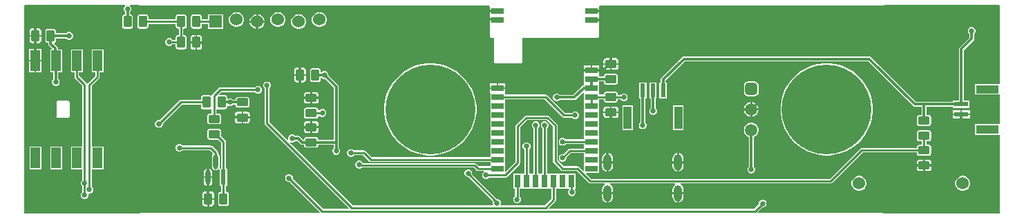
<source format=gbr>
%TF.GenerationSoftware,Altium Limited,Altium Designer,22.7.1 (60)*%
G04 Layer_Physical_Order=2*
G04 Layer_Color=16711680*
%FSLAX43Y43*%
%MOMM*%
%TF.SameCoordinates,9191ECB2-230E-4BD1-81F0-C314D0E832B5*%
%TF.FilePolarity,Positive*%
%TF.FileFunction,Copper,L2,Bot,Signal*%
%TF.Part,Single*%
G01*
G75*
%TA.AperFunction,SMDPad,CuDef*%
G04:AMPARAMS|DCode=10|XSize=1mm|YSize=1.42mm|CornerRadius=0.125mm|HoleSize=0mm|Usage=FLASHONLY|Rotation=180.000|XOffset=0mm|YOffset=0mm|HoleType=Round|Shape=RoundedRectangle|*
%AMROUNDEDRECTD10*
21,1,1.000,1.170,0,0,180.0*
21,1,0.750,1.420,0,0,180.0*
1,1,0.250,-0.375,0.585*
1,1,0.250,0.375,0.585*
1,1,0.250,0.375,-0.585*
1,1,0.250,-0.375,-0.585*
%
%ADD10ROUNDEDRECTD10*%
G04:AMPARAMS|DCode=17|XSize=1mm|YSize=1.42mm|CornerRadius=0.125mm|HoleSize=0mm|Usage=FLASHONLY|Rotation=270.000|XOffset=0mm|YOffset=0mm|HoleType=Round|Shape=RoundedRectangle|*
%AMROUNDEDRECTD17*
21,1,1.000,1.170,0,0,270.0*
21,1,0.750,1.420,0,0,270.0*
1,1,0.250,-0.585,-0.375*
1,1,0.250,-0.585,0.375*
1,1,0.250,0.585,0.375*
1,1,0.250,0.585,-0.375*
%
%ADD17ROUNDEDRECTD17*%
%ADD21R,0.600X1.700*%
%ADD22R,1.000X2.800*%
%TA.AperFunction,Conductor*%
%ADD32C,0.254*%
%ADD33C,0.300*%
%TA.AperFunction,ComponentPad*%
%ADD34C,1.524*%
%ADD35O,1.000X2.000*%
%ADD36R,1.524X1.524*%
%ADD37C,1.500*%
G04:AMPARAMS|DCode=38|XSize=1.5mm|YSize=1.5mm|CornerRadius=0.375mm|HoleSize=0mm|Usage=FLASHONLY|Rotation=270.000|XOffset=0mm|YOffset=0mm|HoleType=Round|Shape=RoundedRectangle|*
%AMROUNDEDRECTD38*
21,1,1.500,0.750,0,0,270.0*
21,1,0.750,1.500,0,0,270.0*
1,1,0.750,-0.375,-0.375*
1,1,0.750,-0.375,0.375*
1,1,0.750,0.375,0.375*
1,1,0.750,0.375,-0.375*
%
%ADD38ROUNDEDRECTD38*%
%TA.AperFunction,ViaPad*%
%ADD39C,11.000*%
%ADD40C,0.650*%
%ADD41C,0.700*%
%TA.AperFunction,SMDPad,CuDef*%
%ADD42R,1.143X2.500*%
%ADD43R,2.700X1.000*%
%ADD44R,1.700X0.600*%
G04:AMPARAMS|DCode=45|XSize=1.824mm|YSize=0.618mm|CornerRadius=0.309mm|HoleSize=0mm|Usage=FLASHONLY|Rotation=90.000|XOffset=0mm|YOffset=0mm|HoleType=Round|Shape=RoundedRectangle|*
%AMROUNDEDRECTD45*
21,1,1.824,0.000,0,0,90.0*
21,1,1.206,0.618,0,0,90.0*
1,1,0.618,0.000,0.603*
1,1,0.618,0.000,-0.603*
1,1,0.618,0.000,-0.603*
1,1,0.618,0.000,0.603*
%
%ADD45ROUNDEDRECTD45*%
%ADD46R,0.618X1.824*%
%ADD47R,1.500X0.700*%
%ADD48R,0.700X1.500*%
G36*
X119745Y27721D02*
Y27500D01*
X119745Y18126D01*
X116749D01*
Y16824D01*
X119745D01*
Y13176D01*
X116749D01*
Y11874D01*
X119745D01*
X119745Y2500D01*
X119745Y2279D01*
X119722Y2163D01*
X105697D01*
X105680Y2180D01*
X105598Y2235D01*
X105500Y2255D01*
X90135Y2255D01*
X90083Y2382D01*
X90650Y2949D01*
X90820D01*
X90995Y3021D01*
X91129Y3155D01*
X91201Y3330D01*
Y3520D01*
X91129Y3695D01*
X90995Y3829D01*
X90820Y3901D01*
X90630D01*
X90455Y3829D01*
X90321Y3695D01*
X90249Y3520D01*
Y3350D01*
X89675Y2775D01*
X64567D01*
X64519Y2893D01*
X65300Y3675D01*
X65362Y3767D01*
X65383Y3875D01*
Y5274D01*
X65572D01*
X65601Y5274D01*
X65699D01*
X65728Y5274D01*
X66672D01*
X66701Y5274D01*
X66799D01*
X66828Y5274D01*
X66942D01*
X66995Y5147D01*
X66945Y5097D01*
X66872Y4922D01*
Y4733D01*
X66945Y4558D01*
X67079Y4424D01*
X67254Y4351D01*
X67443D01*
X67618Y4424D01*
X67752Y4558D01*
X67824Y4733D01*
Y4922D01*
X67752Y5097D01*
X67702Y5147D01*
X67754Y5274D01*
X67801D01*
Y7076D01*
X66828D01*
X66799Y7076D01*
X66701D01*
X66672Y7076D01*
X65728D01*
X65699Y7076D01*
X65601D01*
X65572Y7076D01*
X64628D01*
X64599Y7076D01*
X64501D01*
X64472Y7076D01*
X64283D01*
Y12660D01*
X64404Y12780D01*
X64476Y12955D01*
Y13145D01*
X64404Y13320D01*
X64270Y13454D01*
X64095Y13526D01*
X63905D01*
X63730Y13454D01*
X63596Y13320D01*
X63524Y13145D01*
Y12955D01*
X63596Y12780D01*
X63717Y12660D01*
Y7076D01*
X63528D01*
X63499Y7076D01*
X63401D01*
X63372Y7076D01*
X63192D01*
Y12628D01*
X63320Y12756D01*
X63392Y12931D01*
Y13120D01*
X63320Y13295D01*
X63186Y13429D01*
X63011Y13501D01*
X62821D01*
X62646Y13429D01*
X62513Y13295D01*
X62440Y13120D01*
Y12931D01*
X62513Y12756D01*
X62625Y12644D01*
Y7076D01*
X62428D01*
X62399Y7076D01*
X62301D01*
X62272Y7076D01*
X62080D01*
Y10092D01*
X62179Y10190D01*
X62251Y10365D01*
Y10555D01*
X62179Y10730D01*
X62045Y10864D01*
X61870Y10936D01*
X61680D01*
X61505Y10864D01*
X61371Y10730D01*
X61299Y10555D01*
Y10365D01*
X61371Y10190D01*
X61505Y10056D01*
X61513Y10053D01*
Y7076D01*
X61328D01*
X61299Y7076D01*
X61201D01*
X61172Y7076D01*
X60199D01*
Y5274D01*
X60379D01*
Y4338D01*
X60355Y4329D01*
X60221Y4195D01*
X60149Y4020D01*
Y3830D01*
X60221Y3655D01*
X60355Y3521D01*
X60530Y3449D01*
X60720D01*
X60895Y3521D01*
X61029Y3655D01*
X61101Y3830D01*
Y4020D01*
X61029Y4195D01*
X60946Y4277D01*
Y5274D01*
X61172D01*
X61201Y5274D01*
X61299D01*
X61328Y5274D01*
X62272D01*
X62301Y5274D01*
X62399D01*
X62428Y5274D01*
X63372D01*
X63401Y5274D01*
X63499D01*
X63528Y5274D01*
X64472D01*
X64501Y5274D01*
X64599D01*
X64628Y5274D01*
X64817D01*
Y3992D01*
X64005Y3180D01*
X58670D01*
X58585Y3307D01*
X58626Y3405D01*
Y3595D01*
X58554Y3770D01*
X58420Y3904D01*
X58245Y3976D01*
X58148D01*
X55107Y7017D01*
X55123Y7055D01*
Y7245D01*
X55050Y7420D01*
X54916Y7554D01*
X54741Y7626D01*
X54552D01*
X54377Y7554D01*
X54243Y7420D01*
X54171Y7245D01*
Y7055D01*
X54243Y6880D01*
X54377Y6746D01*
X54552Y6674D01*
X54648D01*
X57690Y3633D01*
X57674Y3595D01*
Y3405D01*
X57715Y3307D01*
X57630Y3180D01*
X40519D01*
X32841Y10859D01*
X32913Y10967D01*
X32955Y10949D01*
X33145D01*
X33320Y11021D01*
X33416Y11118D01*
X33683D01*
X34068Y10733D01*
X34167Y10666D01*
X34285Y10643D01*
X34534D01*
Y10575D01*
X34555Y10467D01*
X34616Y10376D01*
X34707Y10315D01*
X34815Y10294D01*
X35985D01*
X36093Y10315D01*
X36184Y10376D01*
X36245Y10467D01*
X36266Y10575D01*
Y10643D01*
X38163D01*
Y10249D01*
X38066Y10153D01*
X37994Y9978D01*
Y9788D01*
X38066Y9613D01*
X38200Y9479D01*
X38375Y9407D01*
X38565D01*
X38740Y9479D01*
X38874Y9613D01*
X38946Y9788D01*
Y9978D01*
X38874Y10153D01*
X38777Y10249D01*
Y10950D01*
Y17780D01*
X38754Y17897D01*
X38687Y17997D01*
X37501Y19183D01*
Y19320D01*
X37429Y19495D01*
X37295Y19629D01*
X37120Y19701D01*
X36930D01*
X36755Y19629D01*
X36683Y19557D01*
X36556Y19587D01*
Y19813D01*
X36535Y19921D01*
X36474Y20012D01*
X36383Y20073D01*
X36275Y20095D01*
X35525D01*
X35417Y20073D01*
X35326Y20012D01*
X35265Y19921D01*
X35244Y19813D01*
Y18643D01*
X35265Y18536D01*
X35326Y18444D01*
X35417Y18383D01*
X35525Y18362D01*
X36275D01*
X36383Y18383D01*
X36474Y18444D01*
X36535Y18536D01*
X36556Y18643D01*
Y18854D01*
X36683Y18893D01*
X36755Y18821D01*
X36930Y18749D01*
X37067D01*
X38163Y17653D01*
Y11257D01*
X36266D01*
Y11325D01*
X36245Y11433D01*
X36184Y11524D01*
X36093Y11585D01*
X35985Y11606D01*
X34815D01*
X34707Y11585D01*
X34616Y11524D01*
X34555Y11433D01*
X34534Y11325D01*
Y11270D01*
X34407Y11262D01*
X34027Y11642D01*
X33927Y11709D01*
X33810Y11732D01*
X33416D01*
X33320Y11829D01*
X33145Y11901D01*
X32955D01*
X32780Y11829D01*
X32646Y11695D01*
X32574Y11520D01*
Y11330D01*
X32592Y11288D01*
X32484Y11216D01*
X30258Y13441D01*
Y17535D01*
X30379Y17655D01*
X30451Y17830D01*
Y18020D01*
X30379Y18195D01*
X30245Y18329D01*
X30070Y18401D01*
X29880D01*
X29705Y18329D01*
X29571Y18195D01*
X29499Y18020D01*
Y17830D01*
X29571Y17655D01*
X29692Y17535D01*
Y13324D01*
X29713Y13216D01*
X29775Y13124D01*
X40005Y2893D01*
X39957Y2775D01*
X36850D01*
X33151Y6475D01*
Y6645D01*
X33079Y6820D01*
X32945Y6954D01*
X32770Y7026D01*
X32580D01*
X32405Y6954D01*
X32271Y6820D01*
X32199Y6645D01*
Y6455D01*
X32271Y6280D01*
X32405Y6146D01*
X32580Y6074D01*
X32750D01*
X36442Y2382D01*
X36390Y2255D01*
X14500Y2255D01*
X14402Y2235D01*
X14320Y2180D01*
X14303Y2163D01*
X278D01*
X255Y2279D01*
Y2500D01*
X255Y27500D01*
X255Y27721D01*
X278Y27837D01*
X12550D01*
X12591Y27710D01*
X12486Y27605D01*
X12414Y27430D01*
Y27240D01*
X12486Y27065D01*
X12583Y26969D01*
Y26653D01*
X12530D01*
X12422Y26632D01*
X12331Y26571D01*
X12270Y26479D01*
X12249Y26372D01*
Y25202D01*
X12270Y25094D01*
X12331Y25003D01*
X12422Y24942D01*
X12530Y24920D01*
X13280D01*
X13388Y24942D01*
X13479Y25003D01*
X13540Y25094D01*
X13561Y25202D01*
Y26372D01*
X13540Y26479D01*
X13479Y26571D01*
X13388Y26632D01*
X13280Y26653D01*
X13197D01*
Y26969D01*
X13294Y27065D01*
X13366Y27240D01*
Y27430D01*
X13294Y27605D01*
X13189Y27710D01*
X13230Y27837D01*
X14303D01*
X14320Y27820D01*
X14402Y27765D01*
X14500Y27745D01*
X50475Y27745D01*
D01*
X57202D01*
D01*
D01*
X57229Y27710D01*
X57300Y27618D01*
Y26702D01*
X57300Y26575D01*
X57300D01*
Y26575D01*
X57300Y26575D01*
Y25475D01*
X57337D01*
Y23925D01*
X57384Y23809D01*
X57500Y23762D01*
X57837D01*
Y20825D01*
X57884Y20709D01*
X58000Y20662D01*
X61100D01*
X61216Y20709D01*
X61263Y20825D01*
Y23762D01*
X70500D01*
X70616Y23809D01*
X70663Y23925D01*
Y25475D01*
X70700D01*
Y26448D01*
X70700Y26575D01*
X70700D01*
Y26575D01*
X70700Y26575D01*
Y27675D01*
X70798Y27745D01*
D01*
X78625D01*
D01*
X105500Y27745D01*
X105598Y27765D01*
X105680Y27820D01*
X105697Y27837D01*
X119722D01*
X119745Y27721D01*
D02*
G37*
%LPC*%
G36*
X24613Y26700D02*
X22787D01*
Y26070D01*
X21981D01*
Y26372D01*
X21960Y26479D01*
X21899Y26571D01*
X21808Y26632D01*
X21700Y26653D01*
X20950D01*
X20842Y26632D01*
X20751Y26571D01*
X20690Y26479D01*
X20669Y26372D01*
Y25202D01*
X20690Y25094D01*
X20751Y25003D01*
X20842Y24942D01*
X20950Y24920D01*
X21700D01*
X21808Y24942D01*
X21899Y25003D01*
X21960Y25094D01*
X21981Y25202D01*
Y25503D01*
X22787D01*
Y24874D01*
X24613D01*
Y26700D01*
D02*
G37*
G36*
X19830Y26653D02*
X19080D01*
X18972Y26632D01*
X18881Y26571D01*
X18820Y26479D01*
X18799Y26372D01*
Y26070D01*
X15431D01*
Y26372D01*
X15410Y26479D01*
X15349Y26571D01*
X15258Y26632D01*
X15150Y26653D01*
X14400D01*
X14292Y26632D01*
X14201Y26571D01*
X14140Y26479D01*
X14119Y26372D01*
Y25202D01*
X14140Y25094D01*
X14201Y25003D01*
X14292Y24942D01*
X14400Y24920D01*
X15150D01*
X15258Y24942D01*
X15349Y25003D01*
X15410Y25094D01*
X15431Y25202D01*
Y25503D01*
X18799D01*
Y25202D01*
X18820Y25094D01*
X18881Y25003D01*
X18972Y24942D01*
X19080Y24920D01*
X19172D01*
Y24116D01*
X19080D01*
X18972Y24095D01*
X18881Y24034D01*
X18820Y23943D01*
X18799Y23835D01*
Y23558D01*
X18390D01*
X18270Y23679D01*
X18095Y23751D01*
X17905D01*
X17730Y23679D01*
X17596Y23545D01*
X17524Y23370D01*
Y23180D01*
X17596Y23005D01*
X17730Y22871D01*
X17905Y22799D01*
X18095D01*
X18270Y22871D01*
X18390Y22992D01*
X18799D01*
Y22665D01*
X18820Y22557D01*
X18881Y22466D01*
X18972Y22405D01*
X19080Y22384D01*
X19830D01*
X19938Y22405D01*
X20029Y22466D01*
X20090Y22557D01*
X20111Y22665D01*
Y23835D01*
X20090Y23943D01*
X20029Y24034D01*
X19938Y24095D01*
X19830Y24116D01*
X19738D01*
Y24920D01*
X19830D01*
X19938Y24942D01*
X20029Y25003D01*
X20090Y25094D01*
X20111Y25202D01*
Y26372D01*
X20090Y26479D01*
X20029Y26571D01*
X19938Y26632D01*
X19830Y26653D01*
D02*
G37*
G36*
X28907Y26698D02*
Y25914D01*
X29691D01*
X29631Y26139D01*
X29511Y26347D01*
X29341Y26517D01*
X29132Y26638D01*
X28907Y26698D01*
D02*
G37*
G36*
X28653D02*
X28428Y26638D01*
X28219Y26517D01*
X28049Y26347D01*
X27929Y26139D01*
X27869Y25914D01*
X28653D01*
Y26698D01*
D02*
G37*
G36*
X36520Y26954D02*
X36280D01*
X36048Y26892D01*
X35839Y26771D01*
X35669Y26601D01*
X35549Y26393D01*
X35487Y26161D01*
Y25921D01*
X35549Y25688D01*
X35669Y25480D01*
X35839Y25310D01*
X36048Y25190D01*
X36280Y25128D01*
X36520D01*
X36752Y25190D01*
X36961Y25310D01*
X37131Y25480D01*
X37251Y25688D01*
X37313Y25921D01*
Y26161D01*
X37251Y26393D01*
X37131Y26601D01*
X36961Y26771D01*
X36752Y26892D01*
X36520Y26954D01*
D02*
G37*
G36*
X31440D02*
X31200D01*
X30968Y26892D01*
X30759Y26771D01*
X30589Y26601D01*
X30469Y26393D01*
X30407Y26161D01*
Y25921D01*
X30469Y25688D01*
X30589Y25480D01*
X30759Y25310D01*
X30968Y25190D01*
X31200Y25128D01*
X31440D01*
X31672Y25190D01*
X31881Y25310D01*
X32051Y25480D01*
X32171Y25688D01*
X32233Y25921D01*
Y26161D01*
X32171Y26393D01*
X32051Y26601D01*
X31881Y26771D01*
X31672Y26892D01*
X31440Y26954D01*
D02*
G37*
G36*
X26360D02*
X26120D01*
X25888Y26892D01*
X25679Y26771D01*
X25509Y26601D01*
X25389Y26393D01*
X25327Y26161D01*
Y25921D01*
X25389Y25688D01*
X25509Y25480D01*
X25679Y25310D01*
X25888Y25190D01*
X26120Y25128D01*
X26360D01*
X26592Y25190D01*
X26801Y25310D01*
X26971Y25480D01*
X27091Y25688D01*
X27153Y25921D01*
Y26161D01*
X27091Y26393D01*
X26971Y26601D01*
X26801Y26771D01*
X26592Y26892D01*
X26360Y26954D01*
D02*
G37*
G36*
X29691Y25660D02*
X28907D01*
Y24876D01*
X29132Y24936D01*
X29341Y25056D01*
X29511Y25226D01*
X29631Y25434D01*
X29691Y25660D01*
D02*
G37*
G36*
X28653D02*
X27869D01*
X27929Y25434D01*
X28049Y25226D01*
X28219Y25056D01*
X28428Y24936D01*
X28653Y24876D01*
Y25660D01*
D02*
G37*
G36*
X33980Y26700D02*
X33740D01*
X33508Y26638D01*
X33299Y26517D01*
X33129Y26347D01*
X33009Y26139D01*
X32947Y25907D01*
Y25667D01*
X33009Y25434D01*
X33129Y25226D01*
X33299Y25056D01*
X33508Y24936D01*
X33740Y24874D01*
X33980D01*
X34212Y24936D01*
X34421Y25056D01*
X34591Y25226D01*
X34711Y25434D01*
X34773Y25667D01*
Y25907D01*
X34711Y26139D01*
X34591Y26347D01*
X34421Y26517D01*
X34212Y26638D01*
X33980Y26700D01*
D02*
G37*
G36*
X1975Y24966D02*
X1700D01*
Y24150D01*
X2306D01*
Y24635D01*
X2281Y24762D01*
X2209Y24869D01*
X2102Y24941D01*
X1975Y24966D01*
D02*
G37*
G36*
X1500D02*
X1225D01*
X1098Y24941D01*
X991Y24869D01*
X919Y24762D01*
X894Y24635D01*
Y24150D01*
X1500D01*
Y24966D01*
D02*
G37*
G36*
X3845Y24916D02*
X3095D01*
X2987Y24895D01*
X2896Y24834D01*
X2835Y24743D01*
X2814Y24635D01*
Y23465D01*
X2835Y23357D01*
X2896Y23266D01*
X2987Y23205D01*
X3095Y23184D01*
X3177D01*
Y23066D01*
X3201Y22948D01*
X3267Y22849D01*
X3628Y22488D01*
X3579Y22371D01*
X3408D01*
Y19569D01*
X3782D01*
Y18715D01*
X3700Y18632D01*
X3627Y18457D01*
Y18268D01*
X3700Y18093D01*
X3833Y17959D01*
X4008Y17887D01*
X4198D01*
X4373Y17959D01*
X4507Y18093D01*
X4579Y18268D01*
Y18457D01*
X4507Y18632D01*
X4396Y18743D01*
Y19569D01*
X4852D01*
Y22371D01*
X4363D01*
Y22494D01*
X4339Y22612D01*
X4273Y22711D01*
X3916Y23068D01*
X3953Y23205D01*
X3956Y23207D01*
X4044Y23266D01*
X4105Y23357D01*
X4126Y23465D01*
Y23743D01*
X5384D01*
X5480Y23646D01*
X5655Y23574D01*
X5845D01*
X6020Y23646D01*
X6154Y23780D01*
X6226Y23955D01*
Y24145D01*
X6154Y24320D01*
X6020Y24454D01*
X5845Y24526D01*
X5655D01*
X5480Y24454D01*
X5384Y24357D01*
X4126D01*
Y24635D01*
X4105Y24743D01*
X4044Y24834D01*
X3953Y24895D01*
X3845Y24916D01*
D02*
G37*
G36*
X21700Y24166D02*
X21425D01*
Y23350D01*
X22031D01*
Y23835D01*
X22006Y23962D01*
X21934Y24069D01*
X21827Y24141D01*
X21700Y24166D01*
D02*
G37*
G36*
X21225D02*
X20950D01*
X20823Y24141D01*
X20716Y24069D01*
X20644Y23962D01*
X20619Y23835D01*
Y23350D01*
X21225D01*
Y24166D01*
D02*
G37*
G36*
X2306Y23950D02*
X1700D01*
Y23134D01*
X1975D01*
X2102Y23159D01*
X2209Y23231D01*
X2281Y23338D01*
X2306Y23465D01*
Y23950D01*
D02*
G37*
G36*
X1500D02*
X894D01*
Y23465D01*
X919Y23338D01*
X991Y23231D01*
X1098Y23159D01*
X1225Y23134D01*
X1500D01*
Y23950D01*
D02*
G37*
G36*
X22031Y23150D02*
X21425D01*
Y22334D01*
X21700D01*
X21827Y22359D01*
X21934Y22431D01*
X22006Y22538D01*
X22031Y22665D01*
Y23150D01*
D02*
G37*
G36*
X21225D02*
X20619D01*
Y22665D01*
X20644Y22538D01*
X20716Y22431D01*
X20823Y22359D01*
X20950Y22334D01*
X21225D01*
Y23150D01*
D02*
G37*
G36*
X2362Y22420D02*
X1690D01*
Y21070D01*
X2362D01*
Y22420D01*
D02*
G37*
G36*
X1490D02*
X818D01*
Y21070D01*
X1490D01*
Y22420D01*
D02*
G37*
G36*
X72710Y21301D02*
X72225D01*
Y20695D01*
X73041D01*
Y20970D01*
X73016Y21097D01*
X72944Y21204D01*
X72837Y21276D01*
X72710Y21301D01*
D02*
G37*
G36*
X72025D02*
X71540D01*
X71413Y21276D01*
X71306Y21204D01*
X71234Y21097D01*
X71209Y20970D01*
Y20695D01*
X72025D01*
Y21301D01*
D02*
G37*
G36*
X70700Y20375D02*
X69850D01*
Y19925D01*
X70700D01*
Y20375D01*
D02*
G37*
G36*
X69650D02*
X68800D01*
Y19925D01*
X69650D01*
Y20375D01*
D02*
G37*
G36*
X73041Y20495D02*
X72225D01*
Y19889D01*
X72710D01*
X72837Y19914D01*
X72944Y19986D01*
X73016Y20093D01*
X73041Y20220D01*
Y20495D01*
D02*
G37*
G36*
X72025D02*
X71209D01*
Y20220D01*
X71234Y20093D01*
X71306Y19986D01*
X71413Y19914D01*
X71540Y19889D01*
X72025D01*
Y20495D01*
D02*
G37*
G36*
X2362Y20870D02*
X1690D01*
Y19520D01*
X2362D01*
Y20870D01*
D02*
G37*
G36*
X1490D02*
X818D01*
Y19520D01*
X1490D01*
Y20870D01*
D02*
G37*
G36*
X34405Y20145D02*
X34130D01*
Y19328D01*
X34736D01*
Y19813D01*
X34711Y19940D01*
X34639Y20048D01*
X34532Y20120D01*
X34405Y20145D01*
D02*
G37*
G36*
X33930D02*
X33655D01*
X33528Y20120D01*
X33421Y20048D01*
X33349Y19940D01*
X33324Y19813D01*
Y19328D01*
X33930D01*
Y20145D01*
D02*
G37*
G36*
X34736Y19128D02*
X34130D01*
Y18312D01*
X34405D01*
X34532Y18337D01*
X34639Y18409D01*
X34711Y18517D01*
X34736Y18643D01*
Y19128D01*
D02*
G37*
G36*
X33930D02*
X33324D01*
Y18643D01*
X33349Y18517D01*
X33421Y18409D01*
X33528Y18337D01*
X33655Y18312D01*
X33930D01*
Y19128D01*
D02*
G37*
G36*
X9932Y22371D02*
X8488D01*
Y19569D01*
X8927D01*
Y19101D01*
X8028Y18202D01*
X8012Y18179D01*
X7974Y18173D01*
X7866Y18189D01*
X7825Y18250D01*
X6953Y19121D01*
Y19569D01*
X7392D01*
Y22371D01*
X5948D01*
Y19569D01*
X6387D01*
Y19004D01*
X6408Y18896D01*
X6470Y18804D01*
X7342Y17932D01*
Y10431D01*
X5948D01*
Y7629D01*
X7342D01*
Y6290D01*
X7221Y6170D01*
X7149Y5995D01*
Y5805D01*
X7221Y5630D01*
X7342Y5510D01*
Y4840D01*
X7221Y4720D01*
X7149Y4545D01*
Y4355D01*
X7221Y4180D01*
X7355Y4046D01*
X7530Y3974D01*
X7720D01*
X7895Y4046D01*
X8029Y4180D01*
X8101Y4355D01*
Y4532D01*
X8106Y4550D01*
X8195Y4649D01*
X8323D01*
X8498Y4721D01*
X8632Y4855D01*
X8704Y5030D01*
Y5220D01*
X8632Y5395D01*
X8511Y5515D01*
Y7629D01*
X9932D01*
Y10431D01*
X8511D01*
Y17885D01*
X9410Y18784D01*
X9472Y18876D01*
X9493Y18984D01*
Y19569D01*
X9932D01*
Y22371D01*
D02*
G37*
G36*
X70700Y19725D02*
X69750D01*
X68800D01*
Y19425D01*
X68800D01*
Y19275D01*
X68849Y19168D01*
Y18224D01*
X68849D01*
Y18126D01*
X68849D01*
Y17932D01*
X68800D01*
X68683Y17909D01*
X68583Y17842D01*
X67523Y16782D01*
X65866D01*
X65770Y16879D01*
X65595Y16951D01*
X65405D01*
X65230Y16879D01*
X65096Y16745D01*
X65024Y16570D01*
Y16380D01*
X65096Y16205D01*
X65230Y16071D01*
X65405Y15999D01*
X65595D01*
X65770Y16071D01*
X65866Y16168D01*
X67650D01*
X67767Y16191D01*
X67867Y16258D01*
X68722Y17113D01*
X68849Y17060D01*
Y17026D01*
X68849Y16997D01*
Y16024D01*
X68849D01*
Y15926D01*
X68849D01*
Y14953D01*
X68849Y14924D01*
Y14826D01*
X68849Y14797D01*
Y13853D01*
X68849Y13824D01*
Y13726D01*
X68849Y13697D01*
Y12753D01*
X68849Y12724D01*
Y12626D01*
X68849Y12597D01*
Y11653D01*
X68849Y11624D01*
Y11526D01*
X68849Y11497D01*
Y11308D01*
X66590D01*
X66470Y11429D01*
X66295Y11501D01*
X66105D01*
X65930Y11429D01*
X65796Y11295D01*
X65724Y11120D01*
Y10930D01*
X65796Y10755D01*
X65930Y10621D01*
X66105Y10549D01*
X66295D01*
X66470Y10621D01*
X66590Y10742D01*
X68849D01*
Y10553D01*
X68849Y10524D01*
Y10426D01*
X68849Y10397D01*
Y10183D01*
X67075D01*
X66967Y10162D01*
X66875Y10100D01*
X66275Y9501D01*
X66105D01*
X65930Y9429D01*
X65796Y9295D01*
X65724Y9120D01*
Y8930D01*
X65796Y8755D01*
X65930Y8621D01*
X66105Y8549D01*
X66295D01*
X66470Y8621D01*
X66604Y8755D01*
X66676Y8930D01*
Y9100D01*
X67192Y9617D01*
X68849D01*
Y9453D01*
X68849Y9424D01*
Y9326D01*
X68849Y9297D01*
Y8353D01*
X68849Y8324D01*
Y8226D01*
X68849Y8197D01*
Y7493D01*
X68732Y7444D01*
X68250Y7925D01*
X68158Y7987D01*
X68050Y8008D01*
X66317D01*
X65584Y8742D01*
Y13025D01*
X65562Y13133D01*
X65501Y13225D01*
X64550Y14175D01*
X64458Y14237D01*
X64350Y14258D01*
X61750D01*
X61642Y14237D01*
X61550Y14175D01*
X60500Y13125D01*
X60438Y13033D01*
X60417Y12925D01*
Y8542D01*
X59268Y7394D01*
X59151Y7443D01*
Y8197D01*
X59151Y8226D01*
Y8324D01*
X59151Y8353D01*
Y9297D01*
X59151Y9326D01*
Y9424D01*
X59151Y9453D01*
Y10397D01*
X59151Y10426D01*
Y10524D01*
X59151Y10553D01*
Y11497D01*
X59151Y11526D01*
Y11624D01*
X59151Y11653D01*
Y12597D01*
X59151Y12626D01*
Y12724D01*
X59151Y12753D01*
Y13697D01*
X59151Y13726D01*
Y13824D01*
X59151Y13853D01*
Y14797D01*
X59151Y14826D01*
Y14924D01*
X59151Y14953D01*
Y15897D01*
X59151Y15926D01*
Y16024D01*
X59151Y16053D01*
Y16242D01*
X64008D01*
X66175Y14075D01*
X66266Y14013D01*
X66375Y13992D01*
X67360D01*
X67480Y13871D01*
X67655Y13799D01*
X67845D01*
X68020Y13871D01*
X68154Y14005D01*
X68226Y14180D01*
Y14370D01*
X68154Y14545D01*
X68020Y14679D01*
X67845Y14751D01*
X67655D01*
X67480Y14679D01*
X67360Y14558D01*
X66492D01*
X64325Y16725D01*
X64233Y16787D01*
X64125Y16808D01*
X59241D01*
X59151Y16898D01*
Y16968D01*
X59200Y17075D01*
Y17075D01*
X59200D01*
Y17133D01*
Y17525D01*
X57300D01*
Y17075D01*
X57300D01*
Y17075D01*
X57349Y16968D01*
Y16053D01*
X57349Y16024D01*
Y15926D01*
X57349Y15897D01*
Y14953D01*
X57349Y14924D01*
Y14826D01*
X57349Y14797D01*
Y13853D01*
X57349Y13824D01*
Y13726D01*
X57349Y13697D01*
Y12753D01*
X57349Y12724D01*
Y12626D01*
X57349Y12597D01*
Y11653D01*
X57349Y11624D01*
Y11526D01*
X57349Y11497D01*
Y10553D01*
X57349Y10524D01*
Y10426D01*
X57349Y10397D01*
Y9453D01*
X57349Y9424D01*
Y9326D01*
X57349Y9297D01*
Y9108D01*
X42817D01*
X42050Y9875D01*
X41958Y9937D01*
X41850Y9958D01*
X40618D01*
X40535Y10041D01*
X40360Y10113D01*
X40171D01*
X39996Y10041D01*
X39862Y9907D01*
X39790Y9732D01*
Y9543D01*
X39862Y9368D01*
X39996Y9234D01*
X40171Y9161D01*
X40360D01*
X40535Y9234D01*
X40669Y9368D01*
X40679Y9392D01*
X41733D01*
X42500Y8625D01*
X42592Y8563D01*
X42700Y8542D01*
X57349D01*
Y8353D01*
X57349Y8324D01*
Y8226D01*
X57349Y8197D01*
Y8008D01*
X55942D01*
X55625Y8325D01*
X55533Y8387D01*
X55425Y8408D01*
X41729D01*
X41704Y8470D01*
X41570Y8604D01*
X41395Y8676D01*
X41205D01*
X41030Y8604D01*
X40896Y8470D01*
X40824Y8295D01*
Y8105D01*
X40896Y7930D01*
X41030Y7796D01*
X41205Y7724D01*
X41395D01*
X41570Y7796D01*
X41615Y7842D01*
X55308D01*
X55625Y7525D01*
X55717Y7463D01*
X55825Y7442D01*
X56559D01*
X56584Y7315D01*
X56555Y7303D01*
X56421Y7169D01*
X56349Y6994D01*
Y6804D01*
X56421Y6629D01*
X56555Y6495D01*
X56730Y6423D01*
X56920D01*
X57095Y6495D01*
X57215Y6616D01*
X59174D01*
X59282Y6637D01*
X59374Y6699D01*
X60900Y8225D01*
X60962Y8317D01*
X60983Y8425D01*
Y12807D01*
X61868Y13692D01*
X64233D01*
X65017Y12907D01*
Y8625D01*
X65038Y8516D01*
X65100Y8424D01*
X66000Y7525D01*
X66092Y7463D01*
X66200Y7442D01*
X67933D01*
X69400Y5974D01*
X69492Y5913D01*
X69600Y5891D01*
X71361D01*
X71386Y5764D01*
X71377Y5761D01*
X71241Y5656D01*
X71136Y5520D01*
X71071Y5362D01*
X71048Y5192D01*
Y4819D01*
X71705D01*
X72362D01*
Y5192D01*
X72339Y5362D01*
X72274Y5520D01*
X72169Y5656D01*
X72033Y5761D01*
X72024Y5764D01*
X72049Y5891D01*
X80001D01*
X80026Y5764D01*
X80017Y5761D01*
X79881Y5656D01*
X79776Y5520D01*
X79711Y5362D01*
X79688Y5192D01*
Y4819D01*
X80345D01*
X81002D01*
Y5192D01*
X80979Y5362D01*
X80914Y5520D01*
X80809Y5656D01*
X80673Y5761D01*
X80664Y5764D01*
X80689Y5891D01*
X99050D01*
X99158Y5913D01*
X99250Y5974D01*
X102977Y9702D01*
X109634D01*
Y9610D01*
X109655Y9502D01*
X109716Y9411D01*
X109807Y9350D01*
X109915Y9329D01*
X111085D01*
X111193Y9350D01*
X111284Y9411D01*
X111345Y9502D01*
X111366Y9610D01*
Y10360D01*
X111345Y10468D01*
X111284Y10559D01*
X111193Y10620D01*
X111085Y10641D01*
X110783D01*
Y11109D01*
X111085D01*
X111193Y11130D01*
X111284Y11191D01*
X111345Y11282D01*
X111366Y11390D01*
Y12140D01*
X111345Y12248D01*
X111284Y12339D01*
X111193Y12400D01*
X111085Y12421D01*
X109915D01*
X109807Y12400D01*
X109716Y12339D01*
X109655Y12248D01*
X109634Y12140D01*
Y11390D01*
X109655Y11282D01*
X109716Y11191D01*
X109807Y11130D01*
X109915Y11109D01*
X110217D01*
Y10641D01*
X109915D01*
X109807Y10620D01*
X109716Y10559D01*
X109655Y10468D01*
X109634Y10360D01*
Y10268D01*
X102860D01*
X102752Y10247D01*
X102660Y10185D01*
X98933Y6458D01*
X69717D01*
X69069Y7107D01*
X69118Y7224D01*
X70651D01*
Y8197D01*
X70651Y8226D01*
Y8324D01*
X70651Y8353D01*
Y9297D01*
X70651Y9326D01*
Y9424D01*
X70651Y9453D01*
Y10397D01*
X70651Y10426D01*
Y10524D01*
X70651Y10553D01*
Y11497D01*
X70651Y11526D01*
Y11624D01*
X70651Y11653D01*
Y12597D01*
X70651Y12626D01*
Y12724D01*
X70651Y12753D01*
Y13697D01*
X70651Y13726D01*
Y13824D01*
X70651Y13853D01*
Y14797D01*
X70651Y14826D01*
Y14924D01*
X70651Y14953D01*
Y15926D01*
X70651D01*
Y16024D01*
X70651D01*
Y16242D01*
X71259D01*
Y16150D01*
X71280Y16042D01*
X71341Y15951D01*
X71432Y15890D01*
X71540Y15869D01*
X72710D01*
X72818Y15890D01*
X72909Y15951D01*
X72970Y16042D01*
X72991Y16150D01*
Y16217D01*
X73294D01*
X73299Y16205D01*
X73433Y16071D01*
X73608Y15999D01*
X73797D01*
X73972Y16071D01*
X74106Y16205D01*
X74179Y16380D01*
Y16570D01*
X74106Y16745D01*
X73972Y16879D01*
X73797Y16951D01*
X73608D01*
X73433Y16879D01*
X73338Y16783D01*
X72991D01*
Y16900D01*
X72970Y17008D01*
X72909Y17099D01*
X72818Y17160D01*
X72710Y17181D01*
X71540D01*
X71432Y17160D01*
X71341Y17099D01*
X71280Y17008D01*
X71259Y16900D01*
Y16808D01*
X70651D01*
Y16997D01*
X70651Y17026D01*
Y17124D01*
X70651Y17153D01*
Y18126D01*
X70651D01*
Y18224D01*
X70651D01*
Y18418D01*
X71259D01*
Y18350D01*
X71280Y18242D01*
X71341Y18151D01*
X71432Y18090D01*
X71540Y18069D01*
X72710D01*
X72818Y18090D01*
X72909Y18151D01*
X72970Y18242D01*
X72991Y18350D01*
Y19100D01*
X72970Y19208D01*
X72909Y19299D01*
X72818Y19360D01*
X72710Y19381D01*
X71540D01*
X71432Y19360D01*
X71341Y19299D01*
X71280Y19208D01*
X71259Y19100D01*
Y19032D01*
X70741D01*
X70651Y19122D01*
Y19168D01*
X70700Y19275D01*
X70700Y19333D01*
Y19425D01*
Y19725D01*
D02*
G37*
G36*
X59200Y18175D02*
X58350D01*
Y17725D01*
X59200D01*
Y18175D01*
D02*
G37*
G36*
X58150D02*
X57300D01*
Y17725D01*
X58150D01*
Y18175D01*
D02*
G37*
G36*
X28982Y17876D02*
X28792D01*
X28617Y17804D01*
X28497Y17683D01*
X24250D01*
X24142Y17662D01*
X24050Y17600D01*
X23300Y16850D01*
X23238Y16758D01*
X23234Y16740D01*
X23204Y16719D01*
X23095Y16691D01*
X23038Y16730D01*
X22930Y16751D01*
X22180D01*
X22072Y16730D01*
X21981Y16669D01*
X21920Y16578D01*
X21899Y16470D01*
Y16168D01*
X19410D01*
X19302Y16147D01*
X19210Y16085D01*
X16825Y13701D01*
X16655D01*
X16480Y13629D01*
X16346Y13495D01*
X16274Y13320D01*
Y13130D01*
X16346Y12955D01*
X16480Y12821D01*
X16655Y12749D01*
X16845D01*
X17020Y12821D01*
X17154Y12955D01*
X17226Y13130D01*
Y13300D01*
X19527Y15602D01*
X21899D01*
Y15300D01*
X21920Y15192D01*
X21981Y15101D01*
X22072Y15040D01*
X22180Y15019D01*
X22930D01*
X23038Y15040D01*
X23090Y15075D01*
X23212Y15023D01*
X23217Y15018D01*
Y14481D01*
X22915D01*
X22807Y14460D01*
X22716Y14399D01*
X22655Y14308D01*
X22634Y14200D01*
Y13450D01*
X22655Y13342D01*
X22716Y13251D01*
X22807Y13190D01*
X22915Y13169D01*
X24085D01*
X24193Y13190D01*
X24284Y13251D01*
X24345Y13342D01*
X24366Y13450D01*
Y14200D01*
X24345Y14308D01*
X24284Y14399D01*
X24193Y14460D01*
X24085Y14481D01*
X23783D01*
Y14993D01*
X23910Y15061D01*
X23942Y15040D01*
X24050Y15019D01*
X24800D01*
X24908Y15040D01*
X24999Y15101D01*
X25060Y15192D01*
X25081Y15300D01*
Y15406D01*
X25147Y15443D01*
X25208Y15466D01*
X25370Y15399D01*
X25560D01*
X25735Y15471D01*
X25831Y15568D01*
X26109D01*
Y15500D01*
X26130Y15392D01*
X26191Y15301D01*
X26282Y15240D01*
X26390Y15219D01*
X27560D01*
X27668Y15240D01*
X27759Y15301D01*
X27820Y15392D01*
X27841Y15500D01*
Y16250D01*
X27820Y16358D01*
X27759Y16449D01*
X27668Y16510D01*
X27560Y16531D01*
X26390D01*
X26282Y16510D01*
X26191Y16449D01*
X26130Y16358D01*
X26109Y16250D01*
Y16182D01*
X25831D01*
X25735Y16279D01*
X25560Y16351D01*
X25370D01*
X25208Y16284D01*
X25147Y16307D01*
X25081Y16344D01*
Y16470D01*
X25060Y16578D01*
X24999Y16669D01*
X24908Y16730D01*
X24800Y16751D01*
X24182D01*
X24129Y16878D01*
X24367Y17117D01*
X28497D01*
X28617Y16996D01*
X28792Y16924D01*
X28982D01*
X29157Y16996D01*
X29291Y17130D01*
X29363Y17305D01*
Y17495D01*
X29291Y17670D01*
X29157Y17804D01*
X28982Y17876D01*
D02*
G37*
G36*
X89700Y18451D02*
X88950D01*
X88745Y18410D01*
X88571Y18294D01*
X88455Y18120D01*
X88414Y17915D01*
Y17165D01*
X88455Y16960D01*
X88571Y16786D01*
X88745Y16670D01*
X88950Y16629D01*
X89700D01*
X89905Y16670D01*
X90079Y16786D01*
X90195Y16960D01*
X90236Y17165D01*
Y17915D01*
X90195Y18120D01*
X90079Y18294D01*
X89905Y18410D01*
X89700Y18451D01*
D02*
G37*
G36*
X35985Y17126D02*
X35500D01*
Y16520D01*
X36316D01*
Y16795D01*
X36291Y16922D01*
X36219Y17029D01*
X36112Y17101D01*
X35985Y17126D01*
D02*
G37*
G36*
X35300D02*
X34815D01*
X34688Y17101D01*
X34581Y17029D01*
X34509Y16922D01*
X34484Y16795D01*
Y16520D01*
X35300D01*
Y17126D01*
D02*
G37*
G36*
X116420Y25126D02*
X116230D01*
X116055Y25054D01*
X115921Y24920D01*
X115849Y24745D01*
Y24555D01*
X115921Y24380D01*
X116018Y24284D01*
Y23802D01*
X114833Y22617D01*
X114766Y22517D01*
X114743Y22400D01*
Y16076D01*
X114049D01*
Y15932D01*
X109524D01*
X104035Y21421D01*
X103935Y21488D01*
X103818Y21511D01*
X81054D01*
X80937Y21488D01*
X80837Y21421D01*
X78308Y18892D01*
X78241Y18792D01*
X78218Y18675D01*
Y18326D01*
X78074D01*
Y16324D01*
X78976D01*
Y18326D01*
X78832D01*
Y18548D01*
X81181Y20897D01*
X103691D01*
X109180Y15408D01*
X109280Y15341D01*
X109397Y15318D01*
X110193D01*
Y14291D01*
X109915D01*
X109807Y14270D01*
X109716Y14209D01*
X109655Y14118D01*
X109634Y14010D01*
Y13260D01*
X109655Y13152D01*
X109716Y13061D01*
X109807Y13000D01*
X109915Y12979D01*
X111085D01*
X111193Y13000D01*
X111284Y13061D01*
X111345Y13152D01*
X111366Y13260D01*
Y14010D01*
X111345Y14118D01*
X111284Y14209D01*
X111193Y14270D01*
X111085Y14291D01*
X110807D01*
Y15318D01*
X114049D01*
Y15174D01*
X116051D01*
Y16076D01*
X115357D01*
Y22273D01*
X116542Y23458D01*
X116609Y23558D01*
X116632Y23675D01*
Y24284D01*
X116729Y24380D01*
X116801Y24555D01*
Y24745D01*
X116729Y24920D01*
X116595Y25054D01*
X116420Y25126D01*
D02*
G37*
G36*
X36316Y16320D02*
X35500D01*
Y15714D01*
X35985D01*
X36112Y15739D01*
X36219Y15811D01*
X36291Y15918D01*
X36316Y16045D01*
Y16320D01*
D02*
G37*
G36*
X35300D02*
X34484D01*
Y16045D01*
X34509Y15918D01*
X34581Y15811D01*
X34688Y15739D01*
X34815Y15714D01*
X35300D01*
Y16320D01*
D02*
G37*
G36*
X89452Y15899D02*
Y15127D01*
X90224D01*
X90165Y15348D01*
X90046Y15553D01*
X89878Y15721D01*
X89673Y15840D01*
X89452Y15899D01*
D02*
G37*
G36*
X89198Y15899D02*
X88977Y15840D01*
X88772Y15721D01*
X88604Y15553D01*
X88485Y15348D01*
X88426Y15127D01*
X89198D01*
Y15899D01*
D02*
G37*
G36*
X72710Y15361D02*
X72225D01*
Y14755D01*
X73041D01*
Y15030D01*
X73016Y15157D01*
X72944Y15264D01*
X72837Y15336D01*
X72710Y15361D01*
D02*
G37*
G36*
X72025D02*
X71540D01*
X71413Y15336D01*
X71306Y15264D01*
X71234Y15157D01*
X71209Y15030D01*
Y14755D01*
X72025D01*
Y15361D01*
D02*
G37*
G36*
X116100Y14875D02*
X115150D01*
Y14475D01*
X116100D01*
Y14875D01*
D02*
G37*
G36*
X114950D02*
X114000D01*
Y14475D01*
X114950D01*
Y14875D01*
D02*
G37*
G36*
X77726Y18326D02*
X76824D01*
Y16324D01*
X76981D01*
Y15129D01*
X76897Y15045D01*
X76824Y14870D01*
Y14680D01*
X76897Y14505D01*
X77031Y14371D01*
X77205Y14299D01*
X77395D01*
X77570Y14371D01*
X77704Y14505D01*
X77776Y14680D01*
Y14870D01*
X77704Y15045D01*
X77594Y15154D01*
Y16324D01*
X77726D01*
Y18326D01*
D02*
G37*
G36*
X27560Y14711D02*
X27075D01*
Y14105D01*
X27891D01*
Y14380D01*
X27866Y14507D01*
X27794Y14614D01*
X27687Y14686D01*
X27560Y14711D01*
D02*
G37*
G36*
X26875D02*
X26390D01*
X26263Y14686D01*
X26156Y14614D01*
X26084Y14507D01*
X26059Y14380D01*
Y14105D01*
X26875D01*
Y14711D01*
D02*
G37*
G36*
X89198Y14873D02*
X88426D01*
X88485Y14652D01*
X88604Y14447D01*
X88772Y14279D01*
X88977Y14160D01*
X89198Y14101D01*
Y14873D01*
D02*
G37*
G36*
X90224D02*
X89452D01*
Y14101D01*
X89673Y14160D01*
X89878Y14279D01*
X90046Y14447D01*
X90165Y14652D01*
X90224Y14873D01*
D02*
G37*
G36*
X35985Y15206D02*
X34815D01*
X34707Y15185D01*
X34616Y15124D01*
X34555Y15033D01*
X34534Y14925D01*
Y14175D01*
X34555Y14067D01*
X34616Y13976D01*
X34707Y13915D01*
X34815Y13894D01*
X35985D01*
X36093Y13915D01*
X36184Y13976D01*
X36245Y14067D01*
X36266Y14175D01*
Y14247D01*
X36393Y14258D01*
X36505Y14146D01*
X36680Y14074D01*
X36870D01*
X37045Y14146D01*
X37179Y14280D01*
X37251Y14455D01*
Y14645D01*
X37179Y14820D01*
X37045Y14954D01*
X36870Y15026D01*
X36680D01*
X36505Y14954D01*
X36393Y14842D01*
X36266Y14853D01*
Y14925D01*
X36245Y15033D01*
X36184Y15124D01*
X36093Y15185D01*
X35985Y15206D01*
D02*
G37*
G36*
X73041Y14555D02*
X72225D01*
Y13949D01*
X72710D01*
X72837Y13974D01*
X72944Y14046D01*
X73016Y14153D01*
X73041Y14280D01*
Y14555D01*
D02*
G37*
G36*
X72025D02*
X71209D01*
Y14280D01*
X71234Y14153D01*
X71306Y14046D01*
X71413Y13974D01*
X71540Y13949D01*
X72025D01*
Y14555D01*
D02*
G37*
G36*
X5650Y16063D02*
X4350D01*
X4234Y16016D01*
X4187Y15900D01*
Y14100D01*
X4234Y13984D01*
X4350Y13937D01*
X5650D01*
X5766Y13984D01*
X5813Y14100D01*
Y15900D01*
X5766Y16016D01*
X5650Y16063D01*
D02*
G37*
G36*
X116100Y14275D02*
X115150D01*
Y13875D01*
X116100D01*
Y14275D01*
D02*
G37*
G36*
X114950D02*
X114000D01*
Y13875D01*
X114950D01*
Y14275D01*
D02*
G37*
G36*
X27891Y13905D02*
X27075D01*
Y13299D01*
X27560D01*
X27687Y13324D01*
X27794Y13396D01*
X27866Y13503D01*
X27891Y13630D01*
Y13905D01*
D02*
G37*
G36*
X26875D02*
X26059D01*
Y13630D01*
X26084Y13503D01*
X26156Y13396D01*
X26263Y13324D01*
X26390Y13299D01*
X26875D01*
Y13905D01*
D02*
G37*
G36*
X35985Y13526D02*
X35500D01*
Y12920D01*
X36316D01*
Y13195D01*
X36291Y13322D01*
X36219Y13429D01*
X36112Y13501D01*
X35985Y13526D01*
D02*
G37*
G36*
X35300D02*
X34815D01*
X34688Y13501D01*
X34581Y13429D01*
X34509Y13322D01*
X34484Y13195D01*
Y12920D01*
X35300D01*
Y13526D01*
D02*
G37*
G36*
X35400Y12820D02*
D01*
D01*
D01*
D02*
G37*
G36*
X76476Y18326D02*
X75574D01*
Y16324D01*
X75718D01*
Y13416D01*
X75621Y13320D01*
X75549Y13145D01*
Y12955D01*
X75621Y12780D01*
X75755Y12646D01*
X75930Y12574D01*
X76120D01*
X76295Y12646D01*
X76429Y12780D01*
X76501Y12955D01*
Y13145D01*
X76429Y13320D01*
X76332Y13416D01*
Y16324D01*
X76476D01*
Y18326D01*
D02*
G37*
G36*
X81026Y15526D02*
X79724D01*
Y12424D01*
X81026D01*
Y15526D01*
D02*
G37*
G36*
X74826D02*
X73524D01*
Y12424D01*
X74826D01*
Y15526D01*
D02*
G37*
G36*
X36316Y12720D02*
X35500D01*
Y12114D01*
X35985D01*
X36112Y12139D01*
X36219Y12211D01*
X36291Y12318D01*
X36316Y12445D01*
Y12720D01*
D02*
G37*
G36*
X35300D02*
X34484D01*
Y12445D01*
X34509Y12318D01*
X34581Y12211D01*
X34688Y12139D01*
X34815Y12114D01*
X35300D01*
Y12720D01*
D02*
G37*
G36*
X98935Y20651D02*
X98195D01*
X97460Y20554D01*
X96745Y20363D01*
X96060Y20079D01*
X95419Y19709D01*
X94831Y19258D01*
X94307Y18734D01*
X93856Y18146D01*
X93486Y17505D01*
X93202Y16820D01*
X93011Y16105D01*
X92914Y15370D01*
Y14630D01*
X93011Y13895D01*
X93202Y13180D01*
X93486Y12495D01*
X93856Y11854D01*
X94307Y11266D01*
X94831Y10742D01*
X95419Y10291D01*
X96060Y9921D01*
X96745Y9637D01*
X97460Y9446D01*
X98195Y9349D01*
X98935D01*
X99670Y9446D01*
X100385Y9637D01*
X101070Y9921D01*
X101711Y10291D01*
X102299Y10742D01*
X102823Y11266D01*
X103274Y11854D01*
X103644Y12495D01*
X103928Y13180D01*
X104119Y13895D01*
X104216Y14630D01*
Y15370D01*
X104119Y16105D01*
X103928Y16820D01*
X103644Y17505D01*
X103274Y18146D01*
X102823Y18734D01*
X102299Y19258D01*
X101711Y19709D01*
X101070Y20079D01*
X100385Y20363D01*
X99670Y20554D01*
X98935Y20651D01*
D02*
G37*
G36*
X50370D02*
X49630D01*
X48895Y20554D01*
X48180Y20363D01*
X47495Y20079D01*
X46854Y19709D01*
X46266Y19258D01*
X45742Y18734D01*
X45291Y18146D01*
X44921Y17505D01*
X44637Y16820D01*
X44446Y16105D01*
X44349Y15370D01*
Y14630D01*
X44446Y13895D01*
X44637Y13180D01*
X44921Y12495D01*
X45291Y11854D01*
X45742Y11266D01*
X46266Y10742D01*
X46854Y10291D01*
X47495Y9921D01*
X48180Y9637D01*
X48895Y9446D01*
X49630Y9349D01*
X50370D01*
X51105Y9446D01*
X51820Y9637D01*
X52505Y9921D01*
X53146Y10291D01*
X53734Y10742D01*
X54258Y11266D01*
X54709Y11854D01*
X55079Y12495D01*
X55363Y13180D01*
X55554Y13895D01*
X55651Y14630D01*
Y15370D01*
X55554Y16105D01*
X55363Y16820D01*
X55257Y17075D01*
D01*
X55079Y17505D01*
X54709Y18146D01*
X54258Y18734D01*
X53734Y19258D01*
X53146Y19709D01*
X52505Y20079D01*
X51820Y20363D01*
X51105Y20554D01*
X50370Y20651D01*
D02*
G37*
G36*
X71832Y9632D02*
Y8619D01*
X72362D01*
Y8992D01*
X72339Y9162D01*
X72274Y9320D01*
X72169Y9456D01*
X72033Y9561D01*
X71875Y9626D01*
X71832Y9632D01*
D02*
G37*
G36*
X71578D02*
X71535Y9626D01*
X71377Y9561D01*
X71241Y9456D01*
X71136Y9320D01*
X71071Y9162D01*
X71048Y8992D01*
Y8619D01*
X71578D01*
Y9632D01*
D02*
G37*
G36*
X80472D02*
Y8619D01*
X81002D01*
Y8992D01*
X80979Y9162D01*
X80914Y9320D01*
X80809Y9456D01*
X80673Y9561D01*
X80515Y9626D01*
X80472Y9632D01*
D02*
G37*
G36*
X80218Y9632D02*
X80175Y9626D01*
X80017Y9561D01*
X79881Y9456D01*
X79776Y9320D01*
X79711Y9162D01*
X79688Y8992D01*
Y8619D01*
X80218D01*
Y9632D01*
D02*
G37*
G36*
X111085Y8821D02*
X110600D01*
Y8215D01*
X111416D01*
Y8490D01*
X111391Y8617D01*
X111319Y8724D01*
X111212Y8796D01*
X111085Y8821D01*
D02*
G37*
G36*
X110400D02*
X109915D01*
X109788Y8796D01*
X109681Y8724D01*
X109609Y8617D01*
X109584Y8490D01*
Y8215D01*
X110400D01*
Y8821D01*
D02*
G37*
G36*
X24085Y12611D02*
X22915D01*
X22807Y12590D01*
X22716Y12529D01*
X22655Y12438D01*
X22634Y12330D01*
Y11580D01*
X22655Y11472D01*
X22716Y11381D01*
X22807Y11320D01*
X22915Y11299D01*
X23966D01*
X24367Y10898D01*
Y7821D01*
X24277Y7731D01*
X24236Y7731D01*
X24236Y7731D01*
X24168Y7802D01*
X24168Y7802D01*
X24157Y7924D01*
X24169Y7986D01*
Y9192D01*
X24133Y9371D01*
X24032Y9523D01*
X23983Y9556D01*
Y9675D01*
X23962Y9783D01*
X23900Y9875D01*
X23300Y10475D01*
X23208Y10537D01*
X23100Y10558D01*
X19640D01*
X19520Y10679D01*
X19345Y10751D01*
X19155D01*
X18980Y10679D01*
X18846Y10545D01*
X18774Y10370D01*
Y10180D01*
X18846Y10005D01*
X18980Y9871D01*
X19155Y9799D01*
X19345D01*
X19520Y9871D01*
X19640Y9992D01*
X22983D01*
X23326Y9648D01*
X23368Y9523D01*
X23267Y9371D01*
X23231Y9192D01*
Y7986D01*
X23267Y7806D01*
X23368Y7654D01*
X23521Y7552D01*
X23700Y7517D01*
X23879Y7552D01*
X23994Y7629D01*
X24094Y7691D01*
X24094D01*
X24094Y7691D01*
X24190Y7662D01*
X24190Y7623D01*
Y5605D01*
X24367D01*
Y4866D01*
X24275D01*
X24167Y4845D01*
X24076Y4784D01*
X24015Y4693D01*
X23994Y4585D01*
Y3415D01*
X24015Y3307D01*
X24076Y3216D01*
X24167Y3155D01*
X24275Y3134D01*
X25025D01*
X25133Y3155D01*
X25224Y3216D01*
X25285Y3307D01*
X25306Y3415D01*
Y4585D01*
X25285Y4693D01*
X25224Y4784D01*
X25133Y4845D01*
X25025Y4866D01*
X24933D01*
Y5605D01*
X25110D01*
Y7731D01*
X24933D01*
Y11015D01*
X24912Y11123D01*
X24850Y11215D01*
X24366Y11699D01*
Y12330D01*
X24345Y12438D01*
X24284Y12529D01*
X24193Y12590D01*
X24085Y12611D01*
D02*
G37*
G36*
X4852Y10431D02*
X3408D01*
Y7629D01*
X4852D01*
Y10431D01*
D02*
G37*
G36*
X2312D02*
X868D01*
Y7629D01*
X2312D01*
Y10431D01*
D02*
G37*
G36*
X111416Y8015D02*
X110600D01*
Y7409D01*
X111085D01*
X111212Y7434D01*
X111319Y7506D01*
X111391Y7613D01*
X111416Y7740D01*
Y8015D01*
D02*
G37*
G36*
X110400D02*
X109584D01*
Y7740D01*
X109609Y7613D01*
X109681Y7506D01*
X109788Y7434D01*
X109915Y7409D01*
X110400D01*
Y8015D01*
D02*
G37*
G36*
X81002Y8365D02*
X80472D01*
Y7352D01*
X80515Y7358D01*
X80673Y7423D01*
X80809Y7528D01*
X80914Y7664D01*
X80979Y7822D01*
X81002Y7992D01*
Y8365D01*
D02*
G37*
G36*
X72362Y8365D02*
X71832D01*
Y7352D01*
X71875Y7358D01*
X72033Y7423D01*
X72169Y7528D01*
X72274Y7664D01*
X72339Y7822D01*
X72362Y7992D01*
Y8365D01*
D02*
G37*
G36*
X71578D02*
X71048D01*
Y7992D01*
X71071Y7822D01*
X71136Y7664D01*
X71241Y7528D01*
X71377Y7423D01*
X71535Y7358D01*
X71578Y7352D01*
Y8365D01*
D02*
G37*
G36*
X80218Y8365D02*
X79688D01*
Y7992D01*
X79711Y7822D01*
X79776Y7664D01*
X79881Y7528D01*
X80017Y7423D01*
X80175Y7358D01*
X80218Y7352D01*
Y8365D01*
D02*
G37*
G36*
X89444Y13361D02*
X89206D01*
X88977Y13300D01*
X88772Y13181D01*
X88604Y13013D01*
X88485Y12808D01*
X88424Y12579D01*
Y12341D01*
X88485Y12112D01*
X88604Y11907D01*
X88772Y11739D01*
X88977Y11620D01*
X89018Y11609D01*
Y7963D01*
X88921Y7867D01*
X88849Y7692D01*
Y7502D01*
X88921Y7327D01*
X89055Y7193D01*
X89230Y7121D01*
X89420D01*
X89595Y7193D01*
X89729Y7327D01*
X89801Y7502D01*
Y7692D01*
X89729Y7867D01*
X89632Y7963D01*
Y11609D01*
X89673Y11620D01*
X89878Y11739D01*
X90046Y11907D01*
X90165Y12112D01*
X90226Y12341D01*
Y12579D01*
X90165Y12808D01*
X90046Y13013D01*
X89878Y13181D01*
X89673Y13300D01*
X89444Y13361D01*
D02*
G37*
G36*
X22850Y7770D02*
Y6768D01*
X23269D01*
Y7271D01*
X23229Y7470D01*
X23117Y7638D01*
X22949Y7751D01*
X22850Y7770D01*
D02*
G37*
G36*
X22650Y7770D02*
X22551Y7751D01*
X22383Y7638D01*
X22271Y7470D01*
X22231Y7271D01*
Y6768D01*
X22650D01*
Y7770D01*
D02*
G37*
G36*
Y6568D02*
X22231D01*
Y6065D01*
X22271Y5867D01*
X22383Y5698D01*
X22551Y5586D01*
X22650Y5566D01*
Y6568D01*
D02*
G37*
G36*
X23269D02*
X22850D01*
Y5566D01*
X22949Y5586D01*
X23117Y5698D01*
X23229Y5867D01*
X23269Y6065D01*
Y6568D01*
D02*
G37*
G36*
X115350Y6818D02*
X115110D01*
X114878Y6756D01*
X114669Y6636D01*
X114499Y6466D01*
X114379Y6257D01*
X114317Y6025D01*
Y5785D01*
X114379Y5553D01*
X114499Y5344D01*
X114669Y5174D01*
X114878Y5054D01*
X115110Y4992D01*
X115350D01*
X115582Y5054D01*
X115791Y5174D01*
X115961Y5344D01*
X116081Y5553D01*
X116143Y5785D01*
Y6025D01*
X116081Y6257D01*
X115961Y6466D01*
X115791Y6636D01*
X115582Y6756D01*
X115350Y6818D01*
D02*
G37*
G36*
X102650D02*
X102410D01*
X102178Y6756D01*
X101969Y6636D01*
X101799Y6466D01*
X101679Y6257D01*
X101617Y6025D01*
Y5785D01*
X101679Y5553D01*
X101799Y5344D01*
X101969Y5174D01*
X102178Y5054D01*
X102410Y4992D01*
X102650D01*
X102882Y5054D01*
X103091Y5174D01*
X103261Y5344D01*
X103381Y5553D01*
X103443Y5785D01*
Y6025D01*
X103381Y6257D01*
X103261Y6466D01*
X103091Y6636D01*
X102882Y6756D01*
X102650Y6818D01*
D02*
G37*
G36*
X23155Y4916D02*
X22880D01*
Y4100D01*
X23486D01*
Y4585D01*
X23461Y4712D01*
X23389Y4819D01*
X23282Y4891D01*
X23155Y4916D01*
D02*
G37*
G36*
X22680D02*
X22405D01*
X22278Y4891D01*
X22171Y4819D01*
X22099Y4712D01*
X22074Y4585D01*
Y4100D01*
X22680D01*
Y4916D01*
D02*
G37*
G36*
X81002Y4565D02*
X80472D01*
Y3552D01*
X80515Y3558D01*
X80673Y3623D01*
X80809Y3728D01*
X80914Y3864D01*
X80979Y4022D01*
X81002Y4192D01*
Y4565D01*
D02*
G37*
G36*
X72362Y4565D02*
X71832D01*
Y3552D01*
X71875Y3558D01*
X72033Y3623D01*
X72169Y3728D01*
X72274Y3864D01*
X72339Y4022D01*
X72362Y4192D01*
Y4565D01*
D02*
G37*
G36*
X71578D02*
X71048D01*
Y4192D01*
X71071Y4022D01*
X71136Y3864D01*
X71241Y3728D01*
X71377Y3623D01*
X71535Y3558D01*
X71578Y3552D01*
Y4565D01*
D02*
G37*
G36*
X80218Y4565D02*
X79688D01*
Y4192D01*
X79711Y4022D01*
X79776Y3864D01*
X79881Y3728D01*
X80017Y3623D01*
X80175Y3558D01*
X80218Y3552D01*
Y4565D01*
D02*
G37*
G36*
X23486Y3900D02*
X22880D01*
Y3084D01*
X23155D01*
X23282Y3109D01*
X23389Y3181D01*
X23461Y3288D01*
X23486Y3415D01*
Y3900D01*
D02*
G37*
G36*
X22680D02*
X22074D01*
Y3415D01*
X22099Y3288D01*
X22171Y3181D01*
X22278Y3109D01*
X22405Y3084D01*
X22680D01*
Y3900D01*
D02*
G37*
%LPD*%
D10*
X35900Y19228D02*
D03*
X34030D02*
D03*
X22780Y4000D02*
D03*
X24650D02*
D03*
X12905Y25787D02*
D03*
X14775D02*
D03*
X21325D02*
D03*
X19455D02*
D03*
Y23250D02*
D03*
X21325D02*
D03*
X22555Y15885D02*
D03*
X24425D02*
D03*
X1600Y24050D02*
D03*
X3470D02*
D03*
D17*
X110500Y13635D02*
D03*
Y11765D02*
D03*
Y9985D02*
D03*
Y8115D02*
D03*
X26975Y15875D02*
D03*
Y14005D02*
D03*
X35400Y14550D02*
D03*
Y16420D02*
D03*
Y10950D02*
D03*
Y12820D02*
D03*
X23500Y11955D02*
D03*
Y13825D02*
D03*
X72125Y16525D02*
D03*
Y14655D02*
D03*
Y18725D02*
D03*
Y20595D02*
D03*
D21*
X76025Y17325D02*
D03*
X77275D02*
D03*
X78525D02*
D03*
D22*
X74175Y13975D02*
D03*
X80375D02*
D03*
D32*
X40266Y9637D02*
X40303Y9675D01*
X41850D01*
X42700Y8825D01*
X41300Y8200D02*
X41375Y8125D01*
X55425D01*
X55825Y7725D01*
X42700Y8825D02*
X58250D01*
X54647Y7077D02*
Y7150D01*
X55825Y7725D02*
X58250D01*
X54647Y7077D02*
X58150Y3573D01*
Y3500D02*
Y3573D01*
X29975Y13324D02*
Y17925D01*
X40402Y2897D02*
X64122D01*
X29975Y13324D02*
X40402Y2897D01*
X8228Y18002D02*
X9210Y18984D01*
Y20970D01*
X6670Y19004D02*
Y20970D01*
Y19004D02*
X7625Y18049D01*
X60662Y3963D02*
Y6138D01*
X60700Y6175D01*
X60625Y3925D02*
X60662Y3963D01*
X67300Y6175D02*
X67324Y6151D01*
Y4851D02*
Y6151D01*
Y4851D02*
X67348Y4827D01*
X69600Y6175D02*
X99050D01*
X102860Y9985D01*
X68050Y7725D02*
X69600Y6175D01*
X36733Y2492D02*
X89792D01*
X90725Y3425D01*
X61750Y13975D02*
X64350D01*
X60700Y12925D02*
X61750Y13975D01*
X60700Y8425D02*
Y12925D01*
X59174Y6899D02*
X60700Y8425D01*
X65300Y8625D02*
Y13025D01*
X64350Y13975D02*
X65300Y13025D01*
Y8625D02*
X66200Y7725D01*
X68050D01*
X61797Y6178D02*
Y10438D01*
X61775Y10460D02*
X61797Y10438D01*
X66200Y9025D02*
X67075Y9900D01*
X69725D01*
X66200Y11025D02*
X69750D01*
X56825Y6899D02*
X59174D01*
X64000Y6175D02*
Y13050D01*
X64122Y2897D02*
X65100Y3875D01*
Y6175D01*
X102860Y9985D02*
X110500D01*
Y11765D01*
X32675Y6550D02*
X36733Y2492D01*
X62908Y6183D02*
Y13017D01*
X62916Y13025D01*
X24250Y17400D02*
X28887D01*
X23500Y16650D02*
X24250Y17400D01*
X72125Y16525D02*
X72150Y16500D01*
X73678D02*
X73703Y16475D01*
X72150Y16500D02*
X73678D01*
X64125Y16525D02*
X66375Y14275D01*
X67750D01*
X58250Y16525D02*
X64125D01*
X69725Y9900D02*
X69750Y9925D01*
X61797Y6178D02*
X61800Y6175D01*
X62900D02*
X62908Y6183D01*
X8228Y5125D02*
Y18002D01*
X7625Y5900D02*
Y18049D01*
Y4450D02*
Y5900D01*
X19410Y15885D02*
X22555D01*
X16750Y13225D02*
X19410Y15885D01*
X21325Y25787D02*
X23700D01*
Y8589D02*
Y9675D01*
X23100Y10275D02*
X23700Y9675D01*
X19250Y10275D02*
X23100D01*
X24650Y4000D02*
Y6668D01*
X24650Y4000D02*
X24650Y4000D01*
Y6668D02*
Y11015D01*
X23710Y11955D02*
X24650Y11015D01*
X23500Y11955D02*
X23710D01*
X23500Y13825D02*
Y16650D01*
X18000Y23275D02*
X19430D01*
X19455Y23250D01*
Y25787D01*
X14775D02*
X19455D01*
X35400Y14550D02*
X36775D01*
X36775Y14550D01*
X69750Y15425D02*
Y16525D01*
X69750Y16525D02*
X72125D01*
X69750Y16525D02*
X69750Y16525D01*
D33*
X36400Y23250D02*
X50885D01*
X50999Y23136D01*
X36375Y23225D02*
X36400Y23250D01*
X34030Y23225D02*
X36375D01*
X56299Y21574D02*
X58048Y19825D01*
X28780Y23225D02*
X34030D01*
X23100D02*
X28780D01*
X1565Y20970D02*
X1600Y21005D01*
X1565Y20716D02*
Y20970D01*
X28780Y23225D02*
Y25787D01*
X21350Y23225D02*
X23100D01*
X21325Y23250D02*
X21350Y23225D01*
X3484Y23066D02*
X4056Y22494D01*
X3484Y23066D02*
Y24036D01*
X4056Y21003D02*
X4089Y20970D01*
X4056Y21003D02*
Y22494D01*
X3470Y24050D02*
X3484Y24036D01*
X25465Y15875D02*
X26975D01*
X24435D02*
X25465D01*
X24425Y15885D02*
X24435Y15875D01*
X1600Y24950D02*
X2150Y25500D01*
X8025D02*
X10500Y23025D01*
X2150Y25500D02*
X8025D01*
X23100Y22296D02*
Y23225D01*
X19154Y18350D02*
X23100Y22296D01*
X34030Y19228D02*
Y23225D01*
Y17988D02*
Y19228D01*
X75300Y8492D02*
X80345D01*
X71705D02*
X75300D01*
Y20495D01*
X107525Y7500D02*
X108140Y8115D01*
X107525Y4225D02*
Y7500D01*
X106675Y3375D02*
X107525Y4225D01*
X108140Y8115D02*
X110500D01*
X106025Y3375D02*
X106675D01*
X89325Y7597D02*
Y12460D01*
X115050Y12525D02*
Y14375D01*
Y8975D02*
Y12525D01*
X112350Y12460D02*
X112415Y12525D01*
X115050D01*
X89325Y15000D02*
X93050Y18725D01*
Y19700D01*
X103818Y21204D02*
X109397Y15625D01*
X81054Y21204D02*
X103818D01*
X78525Y18675D02*
X81054Y21204D01*
X115050Y22400D02*
X116325Y23675D01*
Y24650D01*
X115050Y15625D02*
Y22400D01*
X114190Y8115D02*
X115050Y8975D01*
X110500Y8115D02*
X114190D01*
X110500Y15625D02*
X115050D01*
X109397D02*
X110500D01*
Y13635D02*
Y15625D01*
X78525Y17325D02*
Y18675D01*
X33050Y16420D02*
Y17008D01*
Y14675D02*
Y16420D01*
X35400D01*
X33050Y17008D02*
X34030Y17988D01*
X33117Y13559D02*
Y14608D01*
X33856Y12820D02*
X35400D01*
X33117Y13559D02*
X33856Y12820D01*
X33050Y14675D02*
X33117Y14608D01*
X25450Y14035D02*
X25465Y14020D01*
X26960D01*
X26975Y14005D01*
X26973Y15877D02*
X26975Y15875D01*
X33050Y11425D02*
X33810D01*
X35400Y10950D02*
X38470D01*
X34285D02*
X35400D01*
X33810Y11425D02*
X34285Y10950D01*
X77288Y14788D02*
X77300Y14775D01*
X77288Y14788D02*
Y17312D01*
X77275Y17325D02*
X77288Y17312D01*
X81700Y14180D02*
X82520Y15000D01*
X81700Y9025D02*
Y14180D01*
X82520Y15000D02*
X89325D01*
X65500Y16475D02*
X67650D01*
X68800Y17625D01*
X69750D01*
Y18725D01*
X72125Y26041D02*
Y27125D01*
Y20595D02*
Y26041D01*
X72109Y26025D02*
X72125Y26041D01*
X56299Y21574D02*
Y26041D01*
Y26598D01*
X56825Y27125D01*
X69750D02*
X72125D01*
X69750Y26025D02*
X72109D01*
X56306Y26033D02*
X58242D01*
X58250Y26025D01*
X56299Y26041D02*
X56306Y26033D01*
X4089Y18388D02*
Y20970D01*
X10500Y18350D02*
X13225D01*
X10500D02*
Y23025D01*
X9838Y18350D02*
X10500D01*
X1600Y24050D02*
Y24950D01*
Y21005D02*
Y24050D01*
X58048Y19825D02*
X69750D01*
X13225Y18350D02*
X19154D01*
X38470Y10950D02*
Y17780D01*
X37025Y19225D02*
X38470Y17780D01*
X35900Y19228D02*
X37022D01*
X38470Y9883D02*
Y10950D01*
X81167Y8492D02*
X81700Y9025D01*
X13200Y18325D02*
X13225Y18350D01*
X13200Y17275D02*
Y18325D01*
X80345Y8492D02*
X81167D01*
X12890Y25802D02*
Y27335D01*
Y25802D02*
X12905Y25787D01*
X3470Y24050D02*
X5750D01*
X22750Y6668D02*
Y8875D01*
X22765Y4015D02*
Y6653D01*
X22750Y6668D02*
X22765Y6653D01*
Y4015D02*
X22780Y4000D01*
X71705Y8492D02*
Y11025D01*
X72125Y11445D01*
Y14655D01*
X56825Y27125D02*
X58250D01*
X71145Y19825D02*
X71915Y20595D01*
X69750Y19825D02*
X71145D01*
X71915Y20595D02*
X72125D01*
X35439Y16459D02*
X36384D01*
X35400Y16420D02*
X35439Y16459D01*
X36384D02*
X36775Y16850D01*
Y17400D01*
X69750Y18725D02*
X72125D01*
X76025Y13050D02*
Y17325D01*
D34*
X102530Y5905D02*
D03*
X115230D02*
D03*
X28780Y25787D02*
D03*
X33860D02*
D03*
X26240Y26041D02*
D03*
X31320D02*
D03*
X36400D02*
D03*
D35*
X80345Y4692D02*
D03*
X71705D02*
D03*
X80345Y8492D02*
D03*
X71705D02*
D03*
D36*
X23700Y25787D02*
D03*
D37*
X89325Y12460D02*
D03*
Y15000D02*
D03*
D38*
Y17540D02*
D03*
D39*
X50000Y15000D02*
D03*
X98565D02*
D03*
D40*
X40266Y9637D02*
D03*
X41300Y8200D02*
D03*
X54647Y7150D02*
D03*
X58150Y3500D02*
D03*
X25465Y15875D02*
D03*
X60625Y3925D02*
D03*
X67348Y4827D02*
D03*
X36400Y23250D02*
D03*
X106025Y3375D02*
D03*
X89325Y7597D02*
D03*
X112350Y12460D02*
D03*
X93050Y19700D02*
D03*
X90725Y3425D02*
D03*
X116325Y24650D02*
D03*
X61775Y10460D02*
D03*
X66200Y9025D02*
D03*
Y11025D02*
D03*
X64000Y13050D02*
D03*
X56825Y6899D02*
D03*
X32675Y6550D02*
D03*
X33050Y14675D02*
D03*
X62916Y13025D02*
D03*
X25450Y14035D02*
D03*
X33050Y11425D02*
D03*
X29975Y17925D02*
D03*
X28887Y17400D02*
D03*
X73703Y16475D02*
D03*
X77300Y14775D02*
D03*
X67750Y14275D02*
D03*
X65500Y16475D02*
D03*
X13200Y17275D02*
D03*
X12890Y27335D02*
D03*
X5750Y24050D02*
D03*
X9838Y18350D02*
D03*
X7625Y4450D02*
D03*
X8228Y5125D02*
D03*
X16750Y13225D02*
D03*
X7625Y5900D02*
D03*
X38470Y9883D02*
D03*
X22750Y8875D02*
D03*
X19250Y10275D02*
D03*
X18000Y23275D02*
D03*
X36775Y14550D02*
D03*
Y17400D02*
D03*
X37025Y19225D02*
D03*
X76025Y13050D02*
D03*
X4103Y18363D02*
D03*
D41*
X117300Y21980D02*
D03*
X112300D02*
D03*
X109800Y26980D02*
D03*
X107300Y21980D02*
D03*
X102300D02*
D03*
X104800Y16980D02*
D03*
X99800Y26980D02*
D03*
X97300Y21980D02*
D03*
X92300D02*
D03*
Y11980D02*
D03*
X94800Y6980D02*
D03*
X89800Y26980D02*
D03*
X87300Y21980D02*
D03*
X82300D02*
D03*
X84800Y16980D02*
D03*
Y6980D02*
D03*
X79800Y26980D02*
D03*
Y6980D02*
D03*
X74800D02*
D03*
X49800Y26980D02*
D03*
X47300Y21980D02*
D03*
X44800Y26980D02*
D03*
X37300Y21980D02*
D03*
X27300D02*
D03*
Y11980D02*
D03*
X29800Y6980D02*
D03*
X22300Y21980D02*
D03*
X17300D02*
D03*
X19800Y16980D02*
D03*
Y6980D02*
D03*
X12300Y21980D02*
D03*
Y11980D02*
D03*
X14800Y6980D02*
D03*
X9800D02*
D03*
X77300Y22980D02*
D03*
X75300D02*
D03*
X76300Y20980D02*
D03*
X73300Y22980D02*
D03*
X74300Y20980D02*
D03*
X71300Y22980D02*
D03*
X69300D02*
D03*
X70300Y20980D02*
D03*
X67300Y22980D02*
D03*
X68300Y20980D02*
D03*
X67300Y18980D02*
D03*
X65300Y22980D02*
D03*
X66300Y20980D02*
D03*
X65300Y18980D02*
D03*
X63300Y22980D02*
D03*
X64300Y20980D02*
D03*
X63300Y18980D02*
D03*
X62300Y20980D02*
D03*
X61300Y18980D02*
D03*
X59300D02*
D03*
X57300Y22980D02*
D03*
Y18980D02*
D03*
X55300Y22980D02*
D03*
X56300Y20980D02*
D03*
X55300Y18980D02*
D03*
X53300Y22980D02*
D03*
X54300Y20980D02*
D03*
X51300Y22980D02*
D03*
X52300Y20980D02*
D03*
D42*
X1590Y20970D02*
D03*
X4130D02*
D03*
X6670D02*
D03*
X9210D02*
D03*
Y9030D02*
D03*
X6670D02*
D03*
X4130D02*
D03*
X1590D02*
D03*
D43*
X118250Y17475D02*
D03*
Y12525D02*
D03*
D44*
X115050Y15625D02*
D03*
Y14375D02*
D03*
D45*
X23700Y8589D02*
D03*
X22750Y6668D02*
D03*
D46*
X24650D02*
D03*
D47*
X58250Y27125D02*
D03*
Y26025D02*
D03*
Y17625D02*
D03*
Y16525D02*
D03*
Y15425D02*
D03*
Y14325D02*
D03*
Y13225D02*
D03*
Y12125D02*
D03*
Y11025D02*
D03*
Y9925D02*
D03*
Y8825D02*
D03*
Y7725D02*
D03*
X69750D02*
D03*
Y8825D02*
D03*
Y9925D02*
D03*
Y11025D02*
D03*
Y12125D02*
D03*
Y13225D02*
D03*
Y14325D02*
D03*
Y15425D02*
D03*
Y16525D02*
D03*
Y17625D02*
D03*
Y18725D02*
D03*
Y19825D02*
D03*
Y26025D02*
D03*
Y27125D02*
D03*
D48*
X60700Y6175D02*
D03*
X61800D02*
D03*
X62900D02*
D03*
X64000D02*
D03*
X65100D02*
D03*
X66200D02*
D03*
X67300D02*
D03*
%TF.MD5,c55698f04da0430e99b109f6dd21dcd0*%
M02*

</source>
